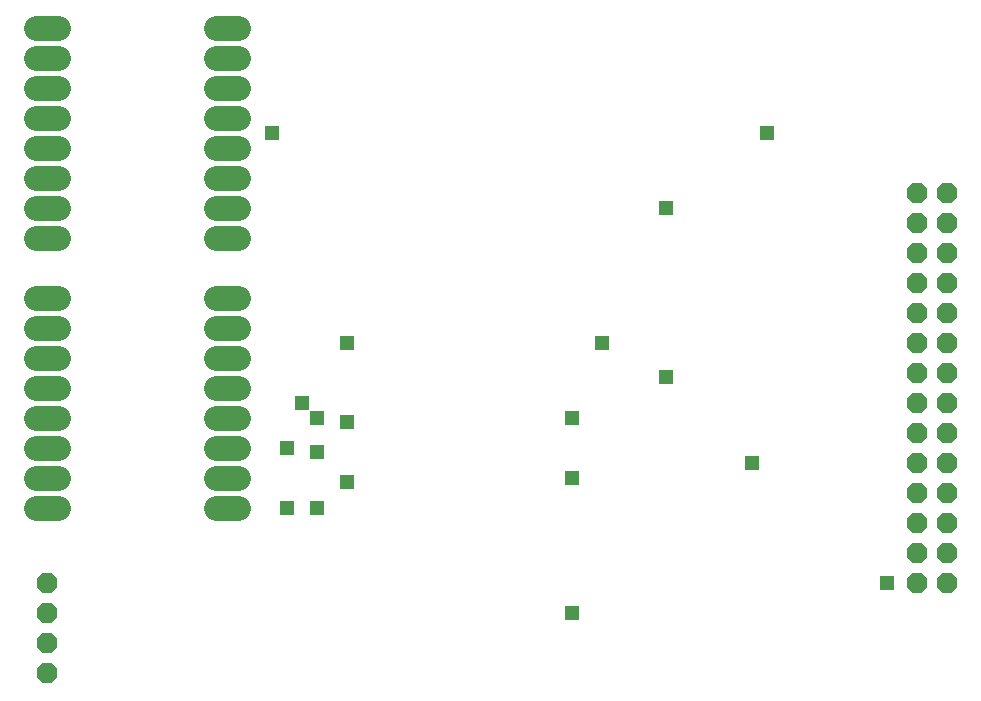
<source format=gbs>
G75*
G70*
%OFA0B0*%
%FSLAX24Y24*%
%IPPOS*%
%LPD*%
%AMOC8*
5,1,8,0,0,1.08239X$1,22.5*
%
%ADD10OC8,0.0674*%
%ADD11C,0.0820*%
%ADD12R,0.0476X0.0476*%
D10*
X002100Y001600D03*
X002100Y002600D03*
X002100Y003600D03*
X002100Y004600D03*
X031100Y004600D03*
X032100Y004600D03*
X032100Y005600D03*
X031100Y005600D03*
X031100Y006600D03*
X032100Y006600D03*
X032100Y007600D03*
X031100Y007600D03*
X031100Y008600D03*
X032100Y008600D03*
X032100Y009600D03*
X031100Y009600D03*
X031100Y010600D03*
X032100Y010600D03*
X032100Y011600D03*
X031100Y011600D03*
X031100Y012600D03*
X032100Y012600D03*
X032100Y013600D03*
X031100Y013600D03*
X031100Y014600D03*
X032100Y014600D03*
X032100Y015600D03*
X031100Y015600D03*
X031100Y016600D03*
X032100Y016600D03*
X032100Y017600D03*
X031100Y017600D03*
D11*
X008470Y017100D02*
X007730Y017100D01*
X007730Y016100D02*
X008470Y016100D01*
X008470Y014100D02*
X007730Y014100D01*
X007730Y013100D02*
X008470Y013100D01*
X008470Y012100D02*
X007730Y012100D01*
X007730Y011100D02*
X008470Y011100D01*
X008470Y010100D02*
X007730Y010100D01*
X007730Y009100D02*
X008470Y009100D01*
X008470Y008100D02*
X007730Y008100D01*
X007730Y007100D02*
X008470Y007100D01*
X002470Y007100D02*
X001730Y007100D01*
X001730Y008100D02*
X002470Y008100D01*
X002470Y009100D02*
X001730Y009100D01*
X001730Y010100D02*
X002470Y010100D01*
X002470Y011100D02*
X001730Y011100D01*
X001730Y012100D02*
X002470Y012100D01*
X002470Y013100D02*
X001730Y013100D01*
X001730Y014100D02*
X002470Y014100D01*
X002470Y016100D02*
X001730Y016100D01*
X001730Y017100D02*
X002470Y017100D01*
X002470Y018100D02*
X001730Y018100D01*
X001730Y019100D02*
X002470Y019100D01*
X002470Y020100D02*
X001730Y020100D01*
X001730Y021100D02*
X002470Y021100D01*
X002470Y022100D02*
X001730Y022100D01*
X001730Y023100D02*
X002470Y023100D01*
X007730Y023100D02*
X008470Y023100D01*
X008470Y022100D02*
X007730Y022100D01*
X007730Y021100D02*
X008470Y021100D01*
X008470Y020100D02*
X007730Y020100D01*
X007730Y019100D02*
X008470Y019100D01*
X008470Y018100D02*
X007730Y018100D01*
D12*
X009600Y019600D03*
X012100Y012600D03*
X010600Y010600D03*
X011100Y010100D03*
X012100Y009975D03*
X011100Y008975D03*
X010100Y009100D03*
X012100Y007975D03*
X011100Y007100D03*
X010100Y007100D03*
X019600Y008100D03*
X019600Y010100D03*
X022725Y011475D03*
X020600Y012600D03*
X025600Y008600D03*
X030100Y004600D03*
X019600Y003600D03*
X022725Y017100D03*
X026100Y019600D03*
M02*

</source>
